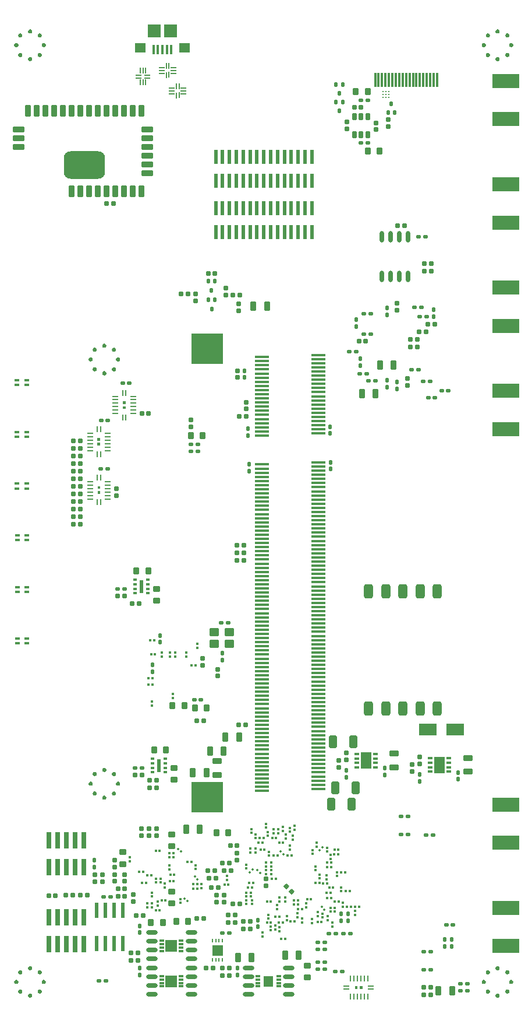
<source format=gbp>
G04*
G04 #@! TF.GenerationSoftware,Altium Limited,Altium Designer,18.1.9 (240)*
G04*
G04 Layer_Color=128*
%FSLAX44Y44*%
%MOMM*%
G71*
G01*
G75*
G04:AMPARAMS|DCode=19|XSize=0.5mm|YSize=0.6mm|CornerRadius=0.05mm|HoleSize=0mm|Usage=FLASHONLY|Rotation=0.000|XOffset=0mm|YOffset=0mm|HoleType=Round|Shape=RoundedRectangle|*
%AMROUNDEDRECTD19*
21,1,0.5000,0.5000,0,0,0.0*
21,1,0.4000,0.6000,0,0,0.0*
1,1,0.1000,0.2000,-0.2500*
1,1,0.1000,-0.2000,-0.2500*
1,1,0.1000,-0.2000,0.2500*
1,1,0.1000,0.2000,0.2500*
%
%ADD19ROUNDEDRECTD19*%
G04:AMPARAMS|DCode=20|XSize=0.5mm|YSize=0.6mm|CornerRadius=0.05mm|HoleSize=0mm|Usage=FLASHONLY|Rotation=270.000|XOffset=0mm|YOffset=0mm|HoleType=Round|Shape=RoundedRectangle|*
%AMROUNDEDRECTD20*
21,1,0.5000,0.5000,0,0,270.0*
21,1,0.4000,0.6000,0,0,270.0*
1,1,0.1000,-0.2500,-0.2000*
1,1,0.1000,-0.2500,0.2000*
1,1,0.1000,0.2500,0.2000*
1,1,0.1000,0.2500,-0.2000*
%
%ADD20ROUNDEDRECTD20*%
G04:AMPARAMS|DCode=25|XSize=0.6mm|YSize=0.6mm|CornerRadius=0.06mm|HoleSize=0mm|Usage=FLASHONLY|Rotation=0.000|XOffset=0mm|YOffset=0mm|HoleType=Round|Shape=RoundedRectangle|*
%AMROUNDEDRECTD25*
21,1,0.6000,0.4800,0,0,0.0*
21,1,0.4800,0.6000,0,0,0.0*
1,1,0.1200,0.2400,-0.2400*
1,1,0.1200,-0.2400,-0.2400*
1,1,0.1200,-0.2400,0.2400*
1,1,0.1200,0.2400,0.2400*
%
%ADD25ROUNDEDRECTD25*%
G04:AMPARAMS|DCode=26|XSize=1mm|YSize=0.9mm|CornerRadius=0.1125mm|HoleSize=0mm|Usage=FLASHONLY|Rotation=270.000|XOffset=0mm|YOffset=0mm|HoleType=Round|Shape=RoundedRectangle|*
%AMROUNDEDRECTD26*
21,1,1.0000,0.6750,0,0,270.0*
21,1,0.7750,0.9000,0,0,270.0*
1,1,0.2250,-0.3375,-0.3875*
1,1,0.2250,-0.3375,0.3875*
1,1,0.2250,0.3375,0.3875*
1,1,0.2250,0.3375,-0.3875*
%
%ADD26ROUNDEDRECTD26*%
G04:AMPARAMS|DCode=27|XSize=1mm|YSize=0.9mm|CornerRadius=0.1125mm|HoleSize=0mm|Usage=FLASHONLY|Rotation=0.000|XOffset=0mm|YOffset=0mm|HoleType=Round|Shape=RoundedRectangle|*
%AMROUNDEDRECTD27*
21,1,1.0000,0.6750,0,0,0.0*
21,1,0.7750,0.9000,0,0,0.0*
1,1,0.2250,0.3875,-0.3375*
1,1,0.2250,-0.3875,-0.3375*
1,1,0.2250,-0.3875,0.3375*
1,1,0.2250,0.3875,0.3375*
%
%ADD27ROUNDEDRECTD27*%
G04:AMPARAMS|DCode=30|XSize=0.6mm|YSize=0.6mm|CornerRadius=0.06mm|HoleSize=0mm|Usage=FLASHONLY|Rotation=90.000|XOffset=0mm|YOffset=0mm|HoleType=Round|Shape=RoundedRectangle|*
%AMROUNDEDRECTD30*
21,1,0.6000,0.4800,0,0,90.0*
21,1,0.4800,0.6000,0,0,90.0*
1,1,0.1200,0.2400,0.2400*
1,1,0.1200,0.2400,-0.2400*
1,1,0.1200,-0.2400,-0.2400*
1,1,0.1200,-0.2400,0.2400*
%
%ADD30ROUNDEDRECTD30*%
G04:AMPARAMS|DCode=41|XSize=1.3mm|YSize=0.8mm|CornerRadius=0.1mm|HoleSize=0mm|Usage=FLASHONLY|Rotation=270.000|XOffset=0mm|YOffset=0mm|HoleType=Round|Shape=RoundedRectangle|*
%AMROUNDEDRECTD41*
21,1,1.3000,0.6000,0,0,270.0*
21,1,1.1000,0.8000,0,0,270.0*
1,1,0.2000,-0.3000,-0.5500*
1,1,0.2000,-0.3000,0.5500*
1,1,0.2000,0.3000,0.5500*
1,1,0.2000,0.3000,-0.5500*
%
%ADD41ROUNDEDRECTD41*%
G04:AMPARAMS|DCode=42|XSize=1.3mm|YSize=0.8mm|CornerRadius=0.1mm|HoleSize=0mm|Usage=FLASHONLY|Rotation=0.000|XOffset=0mm|YOffset=0mm|HoleType=Round|Shape=RoundedRectangle|*
%AMROUNDEDRECTD42*
21,1,1.3000,0.6000,0,0,0.0*
21,1,1.1000,0.8000,0,0,0.0*
1,1,0.2000,0.5500,-0.3000*
1,1,0.2000,-0.5500,-0.3000*
1,1,0.2000,-0.5500,0.3000*
1,1,0.2000,0.5500,0.3000*
%
%ADD42ROUNDEDRECTD42*%
G04:AMPARAMS|DCode=44|XSize=0.6mm|YSize=1mm|CornerRadius=0.075mm|HoleSize=0mm|Usage=FLASHONLY|Rotation=0.000|XOffset=0mm|YOffset=0mm|HoleType=Round|Shape=RoundedRectangle|*
%AMROUNDEDRECTD44*
21,1,0.6000,0.8500,0,0,0.0*
21,1,0.4500,1.0000,0,0,0.0*
1,1,0.1500,0.2250,-0.4250*
1,1,0.1500,-0.2250,-0.4250*
1,1,0.1500,-0.2250,0.4250*
1,1,0.1500,0.2250,0.4250*
%
%ADD44ROUNDEDRECTD44*%
%ADD46R,0.5500X2.2000*%
G04:AMPARAMS|DCode=49|XSize=1.8mm|YSize=1.15mm|CornerRadius=0.1438mm|HoleSize=0mm|Usage=FLASHONLY|Rotation=90.000|XOffset=0mm|YOffset=0mm|HoleType=Round|Shape=RoundedRectangle|*
%AMROUNDEDRECTD49*
21,1,1.8000,0.8625,0,0,90.0*
21,1,1.5125,1.1500,0,0,90.0*
1,1,0.2875,0.4313,0.7563*
1,1,0.2875,0.4313,-0.7563*
1,1,0.2875,-0.4313,-0.7563*
1,1,0.2875,-0.4313,0.7563*
%
%ADD49ROUNDEDRECTD49*%
%ADD64R,0.6000X1.9500*%
%ADD65R,0.6000X0.3000*%
%ADD71R,0.3000X0.3500*%
%ADD82R,4.0000X2.0000*%
G04:AMPARAMS|DCode=91|XSize=1.4mm|YSize=1.2mm|CornerRadius=0.15mm|HoleSize=0mm|Usage=FLASHONLY|Rotation=180.000|XOffset=0mm|YOffset=0mm|HoleType=Round|Shape=RoundedRectangle|*
%AMROUNDEDRECTD91*
21,1,1.4000,0.9000,0,0,180.0*
21,1,1.1000,1.2000,0,0,180.0*
1,1,0.3000,-0.5500,0.4500*
1,1,0.3000,0.5500,0.4500*
1,1,0.3000,0.5500,-0.4500*
1,1,0.3000,-0.5500,-0.4500*
%
%ADD91ROUNDEDRECTD91*%
%ADD111R,1.6000X2.3500*%
%ADD112R,0.7000X0.3000*%
G04:AMPARAMS|DCode=275|XSize=2.1mm|YSize=1.3mm|CornerRadius=0.325mm|HoleSize=0mm|Usage=FLASHONLY|Rotation=270.000|XOffset=0mm|YOffset=0mm|HoleType=Round|Shape=RoundedRectangle|*
%AMROUNDEDRECTD275*
21,1,2.1000,0.6500,0,0,270.0*
21,1,1.4500,1.3000,0,0,270.0*
1,1,0.6500,-0.3250,-0.7250*
1,1,0.6500,-0.3250,0.7250*
1,1,0.6500,0.3250,0.7250*
1,1,0.6500,0.3250,-0.7250*
%
%ADD275ROUNDEDRECTD275*%
%ADD276R,0.6000X2.0000*%
%ADD277R,1.7000X1.7000*%
%ADD278R,0.6500X0.3000*%
%ADD279R,0.2200X0.8100*%
%ADD280R,0.8100X0.2200*%
%ADD281R,0.9100X0.2200*%
%ADD282O,1.7000X0.6000*%
%ADD283R,1.6000X1.6000*%
%ADD284R,0.2500X0.6250*%
G04:AMPARAMS|DCode=285|XSize=0.6mm|YSize=0.6mm|CornerRadius=0.06mm|HoleSize=0mm|Usage=FLASHONLY|Rotation=45.000|XOffset=0mm|YOffset=0mm|HoleType=Round|Shape=RoundedRectangle|*
%AMROUNDEDRECTD285*
21,1,0.6000,0.4800,0,0,45.0*
21,1,0.4800,0.6000,0,0,45.0*
1,1,0.1200,0.3394,0.0000*
1,1,0.1200,0.0000,-0.3394*
1,1,0.1200,-0.3394,0.0000*
1,1,0.1200,0.0000,0.3394*
%
%ADD285ROUNDEDRECTD285*%
%ADD286R,0.3500X0.3000*%
G04:AMPARAMS|DCode=287|XSize=0.3mm|YSize=0.35mm|CornerRadius=0mm|HoleSize=0mm|Usage=FLASHONLY|Rotation=135.000|XOffset=0mm|YOffset=0mm|HoleType=Round|Shape=Rectangle|*
%AMROTATEDRECTD287*
4,1,4,0.2298,0.0177,-0.0177,-0.2298,-0.2298,-0.0177,0.0177,0.2298,0.2298,0.0177,0.0*
%
%ADD287ROTATEDRECTD287*%

G04:AMPARAMS|DCode=288|XSize=0.3mm|YSize=0.35mm|CornerRadius=0mm|HoleSize=0mm|Usage=FLASHONLY|Rotation=45.000|XOffset=0mm|YOffset=0mm|HoleType=Round|Shape=Rectangle|*
%AMROTATEDRECTD288*
4,1,4,0.0177,-0.2298,-0.2298,0.0177,-0.0177,0.2298,0.2298,-0.0177,0.0177,-0.2298,0.0*
%
%ADD288ROTATEDRECTD288*%

G04:AMPARAMS|DCode=289|XSize=0.5mm|YSize=0.6mm|CornerRadius=0.0625mm|HoleSize=0mm|Usage=FLASHONLY|Rotation=0.000|XOffset=0mm|YOffset=0mm|HoleType=Round|Shape=RoundedRectangle|*
%AMROUNDEDRECTD289*
21,1,0.5000,0.4750,0,0,0.0*
21,1,0.3750,0.6000,0,0,0.0*
1,1,0.1250,0.1875,-0.2375*
1,1,0.1250,-0.1875,-0.2375*
1,1,0.1250,-0.1875,0.2375*
1,1,0.1250,0.1875,0.2375*
%
%ADD289ROUNDEDRECTD289*%
%ADD290R,2.0000X0.3500*%
%ADD291R,4.6000X4.5000*%
%ADD292R,0.7500X2.4000*%
G04:AMPARAMS|DCode=293|XSize=0.7mm|YSize=0.4mm|CornerRadius=0.05mm|HoleSize=0mm|Usage=FLASHONLY|Rotation=180.000|XOffset=0mm|YOffset=0mm|HoleType=Round|Shape=RoundedRectangle|*
%AMROUNDEDRECTD293*
21,1,0.7000,0.3000,0,0,180.0*
21,1,0.6000,0.4000,0,0,180.0*
1,1,0.1000,-0.3000,0.1500*
1,1,0.1000,0.3000,0.1500*
1,1,0.1000,0.3000,-0.1500*
1,1,0.1000,-0.3000,-0.1500*
%
%ADD293ROUNDEDRECTD293*%
%ADD294O,0.6000X1.7000*%
%ADD295R,0.3000X2.1000*%
%ADD297R,0.2500X0.9000*%
%ADD298R,0.9000X0.2500*%
%ADD299C,0.2500*%
G04:AMPARAMS|DCode=300|XSize=0.9mm|YSize=1.7mm|CornerRadius=0.225mm|HoleSize=0mm|Usage=FLASHONLY|Rotation=180.000|XOffset=0mm|YOffset=0mm|HoleType=Round|Shape=RoundedRectangle|*
%AMROUNDEDRECTD300*
21,1,0.9000,1.2500,0,0,180.0*
21,1,0.4500,1.7000,0,0,180.0*
1,1,0.4500,-0.2250,0.6250*
1,1,0.4500,0.2250,0.6250*
1,1,0.4500,0.2250,-0.6250*
1,1,0.4500,-0.2250,-0.6250*
%
%ADD300ROUNDEDRECTD300*%
G04:AMPARAMS|DCode=301|XSize=0.9mm|YSize=1.7mm|CornerRadius=0.225mm|HoleSize=0mm|Usage=FLASHONLY|Rotation=270.000|XOffset=0mm|YOffset=0mm|HoleType=Round|Shape=RoundedRectangle|*
%AMROUNDEDRECTD301*
21,1,0.9000,1.2500,0,0,270.0*
21,1,0.4500,1.7000,0,0,270.0*
1,1,0.4500,-0.6250,-0.2250*
1,1,0.4500,-0.6250,0.2250*
1,1,0.4500,0.6250,0.2250*
1,1,0.4500,0.6250,-0.2250*
%
%ADD301ROUNDEDRECTD301*%
G04:AMPARAMS|DCode=302|XSize=6mm|YSize=4mm|CornerRadius=1mm|HoleSize=0mm|Usage=FLASHONLY|Rotation=0.000|XOffset=0mm|YOffset=0mm|HoleType=Round|Shape=RoundedRectangle|*
%AMROUNDEDRECTD302*
21,1,6.0000,2.0000,0,0,0.0*
21,1,4.0000,4.0000,0,0,0.0*
1,1,2.0000,2.0000,-1.0000*
1,1,2.0000,-2.0000,-1.0000*
1,1,2.0000,-2.0000,1.0000*
1,1,2.0000,2.0000,1.0000*
%
%ADD302ROUNDEDRECTD302*%
%ADD303R,0.4000X1.3500*%
%ADD304R,1.6000X1.4000*%
%ADD305R,1.9000X1.9000*%
%ADD306R,0.2200X0.9100*%
%ADD307R,2.5000X1.7000*%
%ADD308R,1.4000X1.6000*%
%ADD309R,0.8000X0.3000*%
G36*
X137092Y750750D02*
X133092D01*
Y754750D01*
X137092D01*
Y750750D01*
D02*
G37*
G36*
X137092Y743750D02*
X133092D01*
Y747750D01*
X137092Y747750D01*
X137092Y743750D01*
D02*
G37*
G36*
X144699Y345293D02*
X145543Y344450D01*
X146000Y343347D01*
Y342750D01*
Y342153D01*
X145543Y341051D01*
X144699Y340207D01*
X143597Y339750D01*
X142403D01*
X141300Y340207D01*
X140456Y341051D01*
X140000Y342153D01*
Y342750D01*
Y343347D01*
X140456Y344450D01*
X141300Y345293D01*
X142403Y345750D01*
X143597D01*
X144699Y345293D01*
D02*
G37*
G36*
X158841Y339436D02*
X159263Y339014D01*
X159685Y338592D01*
X160142Y337489D01*
Y336296D01*
X159685Y335193D01*
X159263Y334771D01*
X158841Y334349D01*
X157739Y333892D01*
X156545D01*
X155443Y334349D01*
X155021Y334771D01*
X154599Y335193D01*
X154142Y336296D01*
Y337489D01*
X154599Y338592D01*
X155021Y339014D01*
X155443Y339436D01*
X156545Y339892D01*
X157739D01*
X158841Y339436D01*
D02*
G37*
G36*
X130557D02*
X130979Y339014D01*
X131401Y338592D01*
X131858Y337489D01*
Y336296D01*
X131401Y335193D01*
X130979Y334771D01*
X130557Y334349D01*
X129454Y333892D01*
X128261D01*
X127158Y334349D01*
X126736Y334771D01*
X126314Y335193D01*
X125858Y336296D01*
Y337489D01*
X126314Y338592D01*
X126736Y339014D01*
X127158Y339436D01*
X128261Y339892D01*
X129454D01*
X130557Y339436D01*
D02*
G37*
G36*
X164699Y325293D02*
X165543Y324450D01*
X166000Y323347D01*
Y322750D01*
Y322153D01*
X165543Y321051D01*
X164699Y320207D01*
X163597Y319750D01*
X162403D01*
X161301Y320207D01*
X160457Y321051D01*
X160000Y322153D01*
Y322750D01*
Y323347D01*
X160457Y324450D01*
X161301Y325293D01*
X162403Y325750D01*
X163597D01*
X164699Y325293D01*
D02*
G37*
G36*
X124699D02*
X125543Y324450D01*
X126000Y323347D01*
Y322750D01*
Y322153D01*
X125543Y321051D01*
X124699Y320207D01*
X123597Y319750D01*
X122403D01*
X121300Y320207D01*
X120456Y321051D01*
X120000Y322153D01*
Y322750D01*
Y323347D01*
X120456Y324450D01*
X121300Y325293D01*
X122403Y325750D01*
X123597D01*
X124699Y325293D01*
D02*
G37*
G36*
X158841Y311151D02*
X159263Y310729D01*
X159685Y310307D01*
X160142Y309205D01*
Y308011D01*
X159685Y306909D01*
X159263Y306487D01*
X158841Y306065D01*
X157739Y305608D01*
X156545D01*
X155443Y306065D01*
X155021Y306487D01*
X154599Y306909D01*
X154142Y308011D01*
Y309205D01*
X154599Y310307D01*
X155021Y310729D01*
X155443Y311151D01*
X156545Y311608D01*
X157739D01*
X158841Y311151D01*
D02*
G37*
G36*
X130557D02*
X130979Y310729D01*
X131401Y310307D01*
X131858Y309205D01*
Y308011D01*
X131401Y306909D01*
X130979Y306487D01*
X130557Y306065D01*
X129454Y305608D01*
X128261D01*
X127158Y306065D01*
X126736Y306487D01*
X126314Y306909D01*
X125858Y308011D01*
Y309205D01*
X126314Y310307D01*
X126736Y310729D01*
X127158Y311151D01*
X128261Y311608D01*
X129454D01*
X130557Y311151D01*
D02*
G37*
G36*
X144699Y305293D02*
X145543Y304450D01*
X146000Y303347D01*
Y302750D01*
Y302153D01*
X145543Y301051D01*
X144699Y300207D01*
X143597Y299750D01*
X142403D01*
X141300Y300207D01*
X140456Y301051D01*
X140000Y302153D01*
Y302750D01*
Y303347D01*
X140456Y304450D01*
X141300Y305293D01*
X142403Y305750D01*
X143597D01*
X144699Y305293D01*
D02*
G37*
G36*
X716699Y57543D02*
X717543Y56699D01*
X718000Y55597D01*
Y55000D01*
Y54403D01*
X717543Y53301D01*
X716699Y52457D01*
X715597Y52000D01*
X714403D01*
X713301Y52457D01*
X712457Y53301D01*
X712000Y54403D01*
Y55000D01*
Y55597D01*
X712457Y56699D01*
X713301Y57543D01*
X714403Y58000D01*
X715597D01*
X716699Y57543D01*
D02*
G37*
G36*
X36699Y57543D02*
X37543Y56699D01*
X38000Y55597D01*
Y55000D01*
Y54403D01*
X37543Y53301D01*
X36699Y52457D01*
X35597Y52000D01*
X34403D01*
X33301Y52457D01*
X32457Y53301D01*
X32000Y54403D01*
Y55000D01*
Y55597D01*
X32457Y56699D01*
X33301Y57543D01*
X34403Y58000D01*
X35597D01*
X36699Y57543D01*
D02*
G37*
G36*
X730842Y51686D02*
X731264Y51263D01*
X731685Y50842D01*
X732142Y49739D01*
Y48545D01*
X731685Y47443D01*
X731264Y47021D01*
X730842Y46599D01*
X729739Y46142D01*
X728545D01*
X727443Y46599D01*
X727021Y47021D01*
X726599Y47443D01*
X726142Y48545D01*
Y49739D01*
X726599Y50842D01*
X727021Y51263D01*
X727443Y51686D01*
X728545Y52142D01*
X729739D01*
X730842Y51686D01*
D02*
G37*
G36*
X702557D02*
X702979Y51263D01*
X703401Y50842D01*
X703858Y49739D01*
Y48545D01*
X703401Y47443D01*
X702979Y47021D01*
X702557Y46599D01*
X701455Y46142D01*
X700261D01*
X699158Y46599D01*
X698736Y47021D01*
X698315Y47443D01*
X697858Y48545D01*
Y49739D01*
X698315Y50842D01*
X698736Y51263D01*
X699158Y51686D01*
X700261Y52142D01*
X701455D01*
X702557Y51686D01*
D02*
G37*
G36*
X50841Y51685D02*
X51263Y51263D01*
X51685Y50841D01*
X52142Y49739D01*
Y48545D01*
X51685Y47443D01*
X51263Y47021D01*
X50841Y46599D01*
X49739Y46142D01*
X48545D01*
X47443Y46599D01*
X47021Y47021D01*
X46599Y47443D01*
X46142Y48545D01*
Y49739D01*
X46599Y50841D01*
X47021Y51263D01*
X47443Y51685D01*
X48545Y52142D01*
X49739D01*
X50841Y51685D01*
D02*
G37*
G36*
X22557D02*
X22979Y51263D01*
X23401Y50841D01*
X23858Y49739D01*
Y48545D01*
X23401Y47443D01*
X22979Y47021D01*
X22557Y46599D01*
X21455Y46142D01*
X20261D01*
X19158Y46599D01*
X18736Y47021D01*
X18314Y47443D01*
X17858Y48545D01*
Y49739D01*
X18314Y50841D01*
X18736Y51263D01*
X19158Y51685D01*
X20261Y52142D01*
X21455D01*
X22557Y51685D01*
D02*
G37*
G36*
X736699Y37543D02*
X737543Y36699D01*
X738000Y35597D01*
Y35000D01*
Y34403D01*
X737543Y33301D01*
X736699Y32457D01*
X735597Y32000D01*
X734403D01*
X733301Y32457D01*
X732457Y33301D01*
X732000Y34403D01*
Y35000D01*
Y35597D01*
X732457Y36699D01*
X733301Y37543D01*
X734403Y38000D01*
X735597D01*
X736699Y37543D01*
D02*
G37*
G36*
X696699D02*
X697543Y36699D01*
X698000Y35597D01*
Y35000D01*
Y34403D01*
X697543Y33301D01*
X696699Y32457D01*
X695597Y32000D01*
X694403D01*
X693301Y32457D01*
X692457Y33301D01*
X692000Y34403D01*
Y35000D01*
Y35597D01*
X692457Y36699D01*
X693301Y37543D01*
X694403Y38000D01*
X695597D01*
X696699Y37543D01*
D02*
G37*
G36*
X56699Y37543D02*
X57543Y36699D01*
X58000Y35597D01*
Y35000D01*
Y34403D01*
X57543Y33301D01*
X56699Y32457D01*
X55597Y32000D01*
X54403D01*
X53301Y32457D01*
X52457Y33301D01*
X52000Y34403D01*
Y35000D01*
Y35597D01*
X52457Y36699D01*
X53301Y37543D01*
X54403Y38000D01*
X55597D01*
X56699Y37543D01*
D02*
G37*
G36*
X16699D02*
X17543Y36699D01*
X18000Y35597D01*
Y35000D01*
Y34403D01*
X17543Y33301D01*
X16699Y32457D01*
X15597Y32000D01*
X14403D01*
X13301Y32457D01*
X12457Y33301D01*
X12000Y34403D01*
Y35000D01*
Y35597D01*
X12457Y36699D01*
X13301Y37543D01*
X14403Y38000D01*
X15597D01*
X16699Y37543D01*
D02*
G37*
G36*
X511500Y24750D02*
X507500D01*
Y28750D01*
X511500D01*
Y24750D01*
D02*
G37*
G36*
X518500Y24750D02*
X514500Y24750D01*
X514500Y28750D01*
X518500D01*
Y24750D01*
D02*
G37*
G36*
X730842Y23401D02*
X731264Y22979D01*
X731685Y22557D01*
X732142Y21455D01*
Y20261D01*
X731685Y19159D01*
X731264Y18737D01*
X730842Y18315D01*
X729739Y17858D01*
X728545D01*
X727443Y18315D01*
X727021Y18737D01*
X726599Y19159D01*
X726142Y20261D01*
Y21455D01*
X726599Y22557D01*
X727021Y22979D01*
X727443Y23401D01*
X728545Y23858D01*
X729739D01*
X730842Y23401D01*
D02*
G37*
G36*
X702557D02*
X702979Y22979D01*
X703401Y22557D01*
X703858Y21455D01*
Y20261D01*
X703401Y19159D01*
X702979Y18737D01*
X702557Y18315D01*
X701455Y17858D01*
X700261D01*
X699158Y18315D01*
X698736Y18737D01*
X698315Y19159D01*
X697858Y20261D01*
Y21455D01*
X698315Y22557D01*
X698736Y22979D01*
X699158Y23401D01*
X700261Y23858D01*
X701455D01*
X702557Y23401D01*
D02*
G37*
G36*
X50841Y23401D02*
X51263Y22979D01*
X51685Y22557D01*
X52142Y21455D01*
Y20261D01*
X51685Y19159D01*
X51263Y18736D01*
X50841Y18315D01*
X49739Y17858D01*
X48545D01*
X47443Y18315D01*
X47021Y18736D01*
X46599Y19159D01*
X46142Y20261D01*
Y21455D01*
X46599Y22557D01*
X47021Y22979D01*
X47443Y23401D01*
X48545Y23858D01*
X49739D01*
X50841Y23401D01*
D02*
G37*
G36*
X22557D02*
X22979Y22979D01*
X23401Y22557D01*
X23858Y21455D01*
Y20261D01*
X23401Y19159D01*
X22979Y18736D01*
X22557Y18315D01*
X21455Y17858D01*
X20261D01*
X19158Y18315D01*
X18736Y18736D01*
X18314Y19159D01*
X17858Y20261D01*
Y21455D01*
X18314Y22557D01*
X18736Y22979D01*
X19158Y23401D01*
X20261Y23858D01*
X21455D01*
X22557Y23401D01*
D02*
G37*
G36*
X716699Y17543D02*
X717543Y16699D01*
X718000Y15597D01*
Y15000D01*
Y14403D01*
X717543Y13301D01*
X716699Y12457D01*
X715597Y12000D01*
X714403D01*
X713301Y12457D01*
X712457Y13301D01*
X712000Y14403D01*
Y15000D01*
Y15597D01*
X712457Y16699D01*
X713301Y17543D01*
X714403Y18000D01*
X715597D01*
X716699Y17543D01*
D02*
G37*
G36*
X36699Y17543D02*
X37543Y16699D01*
X38000Y15597D01*
Y15000D01*
Y14403D01*
X37543Y13301D01*
X36699Y12457D01*
X35597Y12000D01*
X34403D01*
X33301Y12457D01*
X32457Y13301D01*
X32000Y14403D01*
Y15000D01*
Y15597D01*
X32457Y16699D01*
X33301Y17543D01*
X34403Y18000D01*
X35597D01*
X36699Y17543D01*
D02*
G37*
G36*
X36699Y1417543D02*
X37543Y1416699D01*
X38000Y1415597D01*
Y1415000D01*
Y1414403D01*
X37543Y1413301D01*
X36699Y1412457D01*
X35597Y1412000D01*
X34403D01*
X33301Y1412457D01*
X32457Y1413301D01*
X32000Y1414403D01*
Y1415000D01*
Y1415597D01*
X32457Y1416699D01*
X33301Y1417543D01*
X34403Y1418000D01*
X35597D01*
X36699Y1417543D01*
D02*
G37*
G36*
X716699Y1417543D02*
X717543Y1416699D01*
X718000Y1415597D01*
Y1415000D01*
Y1414403D01*
X717543Y1413301D01*
X716699Y1412457D01*
X715597Y1412000D01*
X714403D01*
X713301Y1412457D01*
X712457Y1413301D01*
X712000Y1414403D01*
Y1415000D01*
Y1415597D01*
X712457Y1416699D01*
X713301Y1417543D01*
X714403Y1418000D01*
X715597D01*
X716699Y1417543D01*
D02*
G37*
G36*
X50842Y1411685D02*
X51263Y1411263D01*
X51686Y1410842D01*
X52142Y1409739D01*
Y1408545D01*
X51686Y1407443D01*
X51263Y1407021D01*
X50842Y1406599D01*
X49739Y1406142D01*
X48545D01*
X47443Y1406599D01*
X47021Y1407021D01*
X46599Y1407443D01*
X46142Y1408545D01*
Y1409739D01*
X46599Y1410842D01*
X47021Y1411263D01*
X47443Y1411685D01*
X48545Y1412142D01*
X49739D01*
X50842Y1411685D01*
D02*
G37*
G36*
X22557D02*
X22979Y1411263D01*
X23401Y1410842D01*
X23858Y1409739D01*
Y1408545D01*
X23401Y1407443D01*
X22979Y1407021D01*
X22557Y1406599D01*
X21455Y1406142D01*
X20261D01*
X19159Y1406599D01*
X18737Y1407021D01*
X18315Y1407443D01*
X17858Y1408545D01*
Y1409739D01*
X18315Y1410842D01*
X18737Y1411263D01*
X19159Y1411685D01*
X20261Y1412142D01*
X21455D01*
X22557Y1411685D01*
D02*
G37*
G36*
X730842Y1411685D02*
X731264Y1411263D01*
X731685Y1410842D01*
X732142Y1409739D01*
Y1408545D01*
X731685Y1407443D01*
X731264Y1407021D01*
X730842Y1406599D01*
X729739Y1406142D01*
X728545D01*
X727443Y1406599D01*
X727021Y1407021D01*
X726599Y1407443D01*
X726142Y1408545D01*
Y1409739D01*
X726599Y1410842D01*
X727021Y1411263D01*
X727443Y1411685D01*
X728545Y1412142D01*
X729739D01*
X730842Y1411685D01*
D02*
G37*
G36*
X702557D02*
X702979Y1411263D01*
X703401Y1410842D01*
X703858Y1409739D01*
Y1408545D01*
X703401Y1407443D01*
X702979Y1407021D01*
X702557Y1406599D01*
X701455Y1406142D01*
X700261D01*
X699158Y1406599D01*
X698736Y1407021D01*
X698315Y1407443D01*
X697858Y1408545D01*
Y1409739D01*
X698315Y1410842D01*
X698736Y1411263D01*
X699158Y1411685D01*
X700261Y1412142D01*
X701455D01*
X702557Y1411685D01*
D02*
G37*
G36*
X56699Y1397543D02*
X57543Y1396699D01*
X58000Y1395597D01*
Y1395000D01*
Y1394403D01*
X57543Y1393301D01*
X56699Y1392457D01*
X55597Y1392000D01*
X54403D01*
X53301Y1392457D01*
X52457Y1393301D01*
X52000Y1394403D01*
Y1395000D01*
Y1395597D01*
X52457Y1396699D01*
X53301Y1397543D01*
X54403Y1398000D01*
X55597D01*
X56699Y1397543D01*
D02*
G37*
G36*
X16699D02*
X17543Y1396699D01*
X18000Y1395597D01*
Y1395000D01*
Y1394403D01*
X17543Y1393301D01*
X16699Y1392457D01*
X15597Y1392000D01*
X14403D01*
X13301Y1392457D01*
X12457Y1393301D01*
X12000Y1394403D01*
Y1395000D01*
Y1395597D01*
X12457Y1396699D01*
X13301Y1397543D01*
X14403Y1398000D01*
X15597D01*
X16699Y1397543D01*
D02*
G37*
G36*
X736699Y1397543D02*
X737543Y1396699D01*
X738000Y1395597D01*
Y1395000D01*
Y1394403D01*
X737543Y1393301D01*
X736699Y1392457D01*
X735597Y1392000D01*
X734403D01*
X733301Y1392457D01*
X732457Y1393301D01*
X732000Y1394403D01*
Y1395000D01*
Y1395597D01*
X732457Y1396699D01*
X733301Y1397543D01*
X734403Y1398000D01*
X735597D01*
X736699Y1397543D01*
D02*
G37*
G36*
X696699D02*
X697543Y1396699D01*
X698000Y1395597D01*
Y1395000D01*
Y1394403D01*
X697543Y1393301D01*
X696699Y1392457D01*
X695597Y1392000D01*
X694403D01*
X693301Y1392457D01*
X692457Y1393301D01*
X692000Y1394403D01*
Y1395000D01*
Y1395597D01*
X692457Y1396699D01*
X693301Y1397543D01*
X694403Y1398000D01*
X695597D01*
X696699Y1397543D01*
D02*
G37*
G36*
X50842Y1383401D02*
X51263Y1382979D01*
X51686Y1382557D01*
X52142Y1381455D01*
Y1380261D01*
X51686Y1379158D01*
X51263Y1378737D01*
X50842Y1378315D01*
X49739Y1377858D01*
X48545D01*
X47443Y1378315D01*
X47021Y1378737D01*
X46599Y1379158D01*
X46142Y1380261D01*
Y1381455D01*
X46599Y1382557D01*
X47021Y1382979D01*
X47443Y1383401D01*
X48545Y1383858D01*
X49739D01*
X50842Y1383401D01*
D02*
G37*
G36*
X22557D02*
X22979Y1382979D01*
X23401Y1382557D01*
X23858Y1381455D01*
Y1380261D01*
X23401Y1379158D01*
X22979Y1378737D01*
X22557Y1378315D01*
X21455Y1377858D01*
X20261D01*
X19159Y1378315D01*
X18737Y1378737D01*
X18315Y1379158D01*
X17858Y1380261D01*
Y1381455D01*
X18315Y1382557D01*
X18737Y1382979D01*
X19159Y1383401D01*
X20261Y1383858D01*
X21455D01*
X22557Y1383401D01*
D02*
G37*
G36*
X730842Y1383401D02*
X731264Y1382979D01*
X731685Y1382557D01*
X732142Y1381455D01*
Y1380261D01*
X731685Y1379158D01*
X731264Y1378737D01*
X730842Y1378315D01*
X729739Y1377858D01*
X728545D01*
X727443Y1378315D01*
X727021Y1378737D01*
X726599Y1379158D01*
X726142Y1380261D01*
Y1381455D01*
X726599Y1382557D01*
X727021Y1382979D01*
X727443Y1383401D01*
X728545Y1383858D01*
X729739D01*
X730842Y1383401D01*
D02*
G37*
G36*
X702557D02*
X702979Y1382979D01*
X703401Y1382557D01*
X703858Y1381455D01*
Y1380261D01*
X703401Y1379158D01*
X702979Y1378737D01*
X702557Y1378315D01*
X701455Y1377858D01*
X700261D01*
X699158Y1378315D01*
X698736Y1378737D01*
X698315Y1379158D01*
X697858Y1380261D01*
Y1381455D01*
X698315Y1382557D01*
X698736Y1382979D01*
X699158Y1383401D01*
X700261Y1383858D01*
X701455D01*
X702557Y1383401D01*
D02*
G37*
G36*
X36699Y1377543D02*
X37543Y1376699D01*
X38000Y1375597D01*
Y1375000D01*
Y1374403D01*
X37543Y1373301D01*
X36699Y1372457D01*
X35597Y1372000D01*
X34403D01*
X33301Y1372457D01*
X32457Y1373301D01*
X32000Y1374403D01*
Y1375000D01*
Y1375597D01*
X32457Y1376699D01*
X33301Y1377543D01*
X34403Y1378000D01*
X35597D01*
X36699Y1377543D01*
D02*
G37*
G36*
X716699Y1377543D02*
X717543Y1376699D01*
X718000Y1375597D01*
Y1375000D01*
Y1374403D01*
X717543Y1373301D01*
X716699Y1372457D01*
X715597Y1372000D01*
X714403D01*
X713301Y1372457D01*
X712457Y1373301D01*
X712000Y1374403D01*
Y1375000D01*
Y1375597D01*
X712457Y1376699D01*
X713301Y1377543D01*
X714403Y1378000D01*
X715597D01*
X716699Y1377543D01*
D02*
G37*
G36*
X144699Y961293D02*
X145543Y960449D01*
X146000Y959347D01*
Y958750D01*
Y958153D01*
X145543Y957051D01*
X144699Y956207D01*
X143597Y955750D01*
X142403D01*
X141300Y956207D01*
X140456Y957051D01*
X140000Y958153D01*
Y958750D01*
Y959347D01*
X140456Y960449D01*
X141300Y961293D01*
X142403Y961750D01*
X143597D01*
X144699Y961293D01*
D02*
G37*
G36*
X158841Y955435D02*
X159263Y955014D01*
X159685Y954592D01*
X160142Y953489D01*
Y952295D01*
X159685Y951193D01*
X159263Y950771D01*
X158841Y950349D01*
X157739Y949892D01*
X156545D01*
X155443Y950349D01*
X155021Y950771D01*
X154599Y951193D01*
X154142Y952295D01*
Y953489D01*
X154599Y954592D01*
X155021Y955014D01*
X155443Y955435D01*
X156545Y955892D01*
X157739D01*
X158841Y955435D01*
D02*
G37*
G36*
X130557D02*
X130979Y955014D01*
X131401Y954592D01*
X131858Y953489D01*
Y952295D01*
X131401Y951193D01*
X130979Y950771D01*
X130557Y950349D01*
X129454Y949892D01*
X128261D01*
X127158Y950349D01*
X126736Y950771D01*
X126314Y951193D01*
X125858Y952295D01*
Y953489D01*
X126314Y954592D01*
X126736Y955014D01*
X127158Y955435D01*
X128261Y955892D01*
X129454D01*
X130557Y955435D01*
D02*
G37*
G36*
X164699Y941293D02*
X165543Y940449D01*
X166000Y939347D01*
Y938750D01*
Y938153D01*
X165543Y937051D01*
X164699Y936207D01*
X163597Y935750D01*
X162403D01*
X161301Y936207D01*
X160457Y937051D01*
X160000Y938153D01*
Y938750D01*
Y939347D01*
X160457Y940449D01*
X161301Y941293D01*
X162403Y941750D01*
X163597D01*
X164699Y941293D01*
D02*
G37*
G36*
X124699D02*
X125543Y940449D01*
X126000Y939347D01*
Y938750D01*
Y938153D01*
X125543Y937051D01*
X124699Y936207D01*
X123597Y935750D01*
X122403D01*
X121300Y936207D01*
X120456Y937051D01*
X120000Y938153D01*
Y938750D01*
Y939347D01*
X120456Y940449D01*
X121300Y941293D01*
X122403Y941750D01*
X123597D01*
X124699Y941293D01*
D02*
G37*
G36*
X158841Y927151D02*
X159263Y926729D01*
X159685Y926307D01*
X160142Y925205D01*
Y924011D01*
X159685Y922908D01*
X159263Y922486D01*
X158841Y922065D01*
X157739Y921608D01*
X156545D01*
X155443Y922065D01*
X155021Y922486D01*
X154599Y922908D01*
X154142Y924011D01*
Y925205D01*
X154599Y926307D01*
X155021Y926729D01*
X155443Y927151D01*
X156545Y927608D01*
X157739D01*
X158841Y927151D01*
D02*
G37*
G36*
X130557D02*
X130979Y926729D01*
X131401Y926307D01*
X131858Y925205D01*
Y924011D01*
X131401Y922908D01*
X130979Y922486D01*
X130557Y922065D01*
X129454Y921608D01*
X128261D01*
X127158Y922065D01*
X126736Y922486D01*
X126314Y922908D01*
X125858Y924011D01*
Y925205D01*
X126314Y926307D01*
X126736Y926729D01*
X127158Y927151D01*
X128261Y927608D01*
X129454D01*
X130557Y927151D01*
D02*
G37*
G36*
X144699Y921293D02*
X145543Y920449D01*
X146000Y919347D01*
Y918750D01*
Y918153D01*
X145543Y917051D01*
X144699Y916207D01*
X143597Y915750D01*
X142403D01*
X141300Y916207D01*
X140456Y917051D01*
X140000Y918153D01*
Y918750D01*
Y919347D01*
X140456Y920449D01*
X141300Y921293D01*
X142403Y921750D01*
X143597D01*
X144699Y921293D01*
D02*
G37*
G36*
X174000Y873750D02*
X170000Y873750D01*
X170000Y877750D01*
X174000D01*
X174000Y873750D01*
D02*
G37*
G36*
X174000Y866750D02*
X170000D01*
X170000Y870750D01*
X174000D01*
X174000Y866750D01*
D02*
G37*
G36*
X137080Y820750D02*
X133080Y820750D01*
X133080Y824750D01*
X137080D01*
Y820750D01*
D02*
G37*
G36*
X137080Y813750D02*
X133080D01*
Y817750D01*
X137080D01*
X137080Y813750D01*
D02*
G37*
D19*
X648500Y96750D02*
D03*
Y86750D02*
D03*
X638500Y96750D02*
D03*
Y86750D02*
D03*
X472250Y779500D02*
D03*
Y789500D02*
D03*
X471750Y841250D02*
D03*
Y831250D02*
D03*
X351750Y838000D02*
D03*
Y828000D02*
D03*
X353750Y776250D02*
D03*
Y786250D02*
D03*
X347250Y922500D02*
D03*
Y912500D02*
D03*
X194800Y55050D02*
D03*
Y45050D02*
D03*
X550796Y335290D02*
D03*
Y345290D02*
D03*
X494796Y332040D02*
D03*
Y342040D02*
D03*
X194750Y106500D02*
D03*
Y116500D02*
D03*
X657630Y329110D02*
D03*
Y339110D02*
D03*
X601630Y325860D02*
D03*
Y335860D02*
D03*
X497720Y123938D02*
D03*
Y133938D02*
D03*
X487720D02*
D03*
Y123938D02*
D03*
X554000Y898250D02*
D03*
Y908250D02*
D03*
X569000Y906250D02*
D03*
Y896250D02*
D03*
X554000Y1013750D02*
D03*
Y1003750D02*
D03*
X515000Y929500D02*
D03*
Y939500D02*
D03*
X622000Y1001250D02*
D03*
Y1011250D02*
D03*
X509500Y986250D02*
D03*
Y996250D02*
D03*
X366029Y124951D02*
D03*
Y114951D02*
D03*
X213250Y495000D02*
D03*
Y485000D02*
D03*
X224422Y538000D02*
D03*
Y528000D02*
D03*
X314750Y502250D02*
D03*
Y512250D02*
D03*
X336500Y45206D02*
D03*
Y55206D02*
D03*
X128750Y211500D02*
D03*
Y201500D02*
D03*
D20*
X660750Y22250D02*
D03*
X670750D02*
D03*
X611334Y248000D02*
D03*
X621334D02*
D03*
X640250Y118200D02*
D03*
X650250D02*
D03*
X670750Y32245D02*
D03*
X660750D02*
D03*
X151750Y158500D02*
D03*
X141750D02*
D03*
X145250Y36750D02*
D03*
X135250D02*
D03*
X279250Y815250D02*
D03*
X269250D02*
D03*
Y805250D02*
D03*
X279250D02*
D03*
X315000Y105750D02*
D03*
X325000D02*
D03*
X463782Y63255D02*
D03*
X453782D02*
D03*
Y53255D02*
D03*
X463782D02*
D03*
X453782Y92255D02*
D03*
X463782D02*
D03*
Y82255D02*
D03*
X453782D02*
D03*
X500720Y104688D02*
D03*
X490720D02*
D03*
X479720Y104688D02*
D03*
X469720D02*
D03*
X614000Y883500D02*
D03*
X624000D02*
D03*
X643500Y893500D02*
D03*
X633500Y893500D02*
D03*
X537250Y907500D02*
D03*
X527250D02*
D03*
X524250Y917500D02*
D03*
X514250D02*
D03*
X607000Y907250D02*
D03*
X617000D02*
D03*
X520750Y975750D02*
D03*
X530750D02*
D03*
X509500Y949750D02*
D03*
X499500D02*
D03*
X520750Y1005500D02*
D03*
X530750D02*
D03*
X594000Y1014000D02*
D03*
X604000D02*
D03*
X600250Y923750D02*
D03*
X590250D02*
D03*
X601500Y1000750D02*
D03*
X611500D02*
D03*
X610010Y1116875D02*
D03*
X600010D02*
D03*
X283750Y444750D02*
D03*
X273750D02*
D03*
X322750Y556250D02*
D03*
X312750D02*
D03*
X516000Y1253250D02*
D03*
X526000D02*
D03*
X516000Y1315250D02*
D03*
X526000D02*
D03*
X148000Y780250D02*
D03*
X138000D02*
D03*
X148250Y849750D02*
D03*
X138250D02*
D03*
X617750Y78750D02*
D03*
X607750D02*
D03*
X617750Y52354D02*
D03*
X607750D02*
D03*
X574500Y249000D02*
D03*
X584500D02*
D03*
X574750Y275500D02*
D03*
X584750D02*
D03*
X169500Y904750D02*
D03*
X179500D02*
D03*
X488750Y50250D02*
D03*
X478750D02*
D03*
X188050Y345750D02*
D03*
X198050D02*
D03*
X162550Y605750D02*
D03*
X172550D02*
D03*
D25*
X538000Y1282250D02*
D03*
Y1272250D02*
D03*
X336750Y922500D02*
D03*
Y912500D02*
D03*
X349000Y876750D02*
D03*
Y866750D02*
D03*
X269250Y851250D02*
D03*
Y841250D02*
D03*
X484046Y356540D02*
D03*
Y346540D02*
D03*
X495046Y367540D02*
D03*
Y357540D02*
D03*
X590880Y340360D02*
D03*
X590880Y350360D02*
D03*
X601880Y361360D02*
D03*
Y351360D02*
D03*
X218720Y257438D02*
D03*
Y247438D02*
D03*
X196720Y257438D02*
D03*
Y247438D02*
D03*
X207720Y257438D02*
D03*
Y247438D02*
D03*
X569000Y1010250D02*
D03*
Y1020250D02*
D03*
X584000Y901000D02*
D03*
Y911000D02*
D03*
X305970Y150938D02*
D03*
Y160938D02*
D03*
X316970Y150938D02*
D03*
Y160938D02*
D03*
X378570Y174242D02*
D03*
Y184242D02*
D03*
X335970Y221938D02*
D03*
Y211938D02*
D03*
X172720Y180938D02*
D03*
Y190938D02*
D03*
X184768Y162000D02*
D03*
Y152000D02*
D03*
X157720Y211938D02*
D03*
Y201938D02*
D03*
X157720Y180938D02*
D03*
Y190938D02*
D03*
X338750Y1009250D02*
D03*
Y1019250D02*
D03*
X319354Y1042354D02*
D03*
Y1032354D02*
D03*
X276000Y1033750D02*
D03*
Y1023750D02*
D03*
X285500Y504750D02*
D03*
Y494750D02*
D03*
X308250Y489000D02*
D03*
Y479000D02*
D03*
X496000Y1273250D02*
D03*
Y1283250D02*
D03*
X161000Y741250D02*
D03*
Y751250D02*
D03*
X555600Y1286750D02*
D03*
Y1276750D02*
D03*
X129250Y180500D02*
D03*
Y190500D02*
D03*
X140250Y180500D02*
D03*
Y190500D02*
D03*
D26*
X269250Y828500D02*
D03*
X286250D02*
D03*
X306000Y251930D02*
D03*
X323000Y251930D02*
D03*
X227970Y120938D02*
D03*
X210970D02*
D03*
X248000Y123000D02*
D03*
X265000D02*
D03*
X242250Y436500D02*
D03*
X259250D02*
D03*
X274500Y432500D02*
D03*
X291500D02*
D03*
X526000Y1241000D02*
D03*
X543000D02*
D03*
X526000Y1327250D02*
D03*
X509000D02*
D03*
X232250Y371750D02*
D03*
X215250D02*
D03*
X206750Y631750D02*
D03*
X189750D02*
D03*
D27*
X438250Y58500D02*
D03*
Y41500D02*
D03*
X240720Y166438D02*
D03*
Y149438D02*
D03*
Y231688D02*
D03*
Y248688D02*
D03*
X170000Y206250D02*
D03*
Y223250D02*
D03*
X244250Y345750D02*
D03*
Y328750D02*
D03*
X218750Y605750D02*
D03*
Y588750D02*
D03*
D30*
X607399Y27250D02*
D03*
X617399D02*
D03*
X617399Y16250D02*
D03*
X607399D02*
D03*
X335750Y646750D02*
D03*
X345750D02*
D03*
X335750Y657750D02*
D03*
X345750D02*
D03*
X335750Y668750D02*
D03*
X345750D02*
D03*
X339000Y855750D02*
D03*
X349000D02*
D03*
X338250Y408250D02*
D03*
X348250D02*
D03*
X87250Y160938D02*
D03*
X97250D02*
D03*
X118250D02*
D03*
X108250D02*
D03*
X62000Y160500D02*
D03*
X72000D02*
D03*
X325000Y55250D02*
D03*
X315000D02*
D03*
X300750D02*
D03*
X290750D02*
D03*
X325000Y44250D02*
D03*
X315000D02*
D03*
X182000Y77400D02*
D03*
X192000D02*
D03*
X182000Y66200D02*
D03*
X192000D02*
D03*
X162720Y158938D02*
D03*
X172720D02*
D03*
X162720Y169938D02*
D03*
X172720D02*
D03*
X199250Y131700D02*
D03*
X189250D02*
D03*
X601250Y979250D02*
D03*
X611250D02*
D03*
X513250Y965250D02*
D03*
X523250D02*
D03*
X623500Y990250D02*
D03*
X613500D02*
D03*
X330170Y148388D02*
D03*
X340170D02*
D03*
X298720Y171938D02*
D03*
X308720D02*
D03*
X326220Y232938D02*
D03*
X336220D02*
D03*
X355320Y122992D02*
D03*
X345320D02*
D03*
X333310Y121055D02*
D03*
X323310D02*
D03*
X333220Y132188D02*
D03*
X323220D02*
D03*
X355320Y111992D02*
D03*
X345320D02*
D03*
X327220Y196938D02*
D03*
X317220D02*
D03*
X314970Y207938D02*
D03*
X324970D02*
D03*
X303720Y196438D02*
D03*
X293720D02*
D03*
X277720Y126938D02*
D03*
X287720D02*
D03*
X294970Y185438D02*
D03*
X304970D02*
D03*
X608313Y1077750D02*
D03*
X618313D02*
D03*
X608313Y1066750D02*
D03*
X618313D02*
D03*
X579750Y1132750D02*
D03*
X569750D02*
D03*
X304000Y1063250D02*
D03*
X294000Y1063250D02*
D03*
X255000Y1033750D02*
D03*
X265000D02*
D03*
X340354Y1032354D02*
D03*
X330354D02*
D03*
X598250Y968000D02*
D03*
X588250D02*
D03*
X598250Y957000D02*
D03*
X588250D02*
D03*
X277585Y414500D02*
D03*
X287585D02*
D03*
X98000Y699250D02*
D03*
X108000D02*
D03*
X98000Y721250D02*
D03*
X108000D02*
D03*
X98080Y743250D02*
D03*
X108080D02*
D03*
X98052Y765250D02*
D03*
X108052D02*
D03*
X98000Y710250D02*
D03*
X108000D02*
D03*
X98080Y732250D02*
D03*
X108080D02*
D03*
X98080Y754250D02*
D03*
X108080D02*
D03*
X98080Y776250D02*
D03*
X108080D02*
D03*
X108068Y820250D02*
D03*
X98068D02*
D03*
X98080Y798250D02*
D03*
X108080D02*
D03*
Y809250D02*
D03*
X98080D02*
D03*
X98080Y787250D02*
D03*
X108080D02*
D03*
X516500Y1304750D02*
D03*
X506500D02*
D03*
X197500Y860000D02*
D03*
X207500D02*
D03*
X219050Y327750D02*
D03*
X209050D02*
D03*
X188050Y335250D02*
D03*
X198050D02*
D03*
X209050Y316750D02*
D03*
X219050D02*
D03*
X162550Y595250D02*
D03*
X172550D02*
D03*
X183550Y584250D02*
D03*
X193550D02*
D03*
X156500Y1164750D02*
D03*
X146500D02*
D03*
D41*
X648899Y21727D02*
D03*
X628899D02*
D03*
X425800Y73500D02*
D03*
X405799D02*
D03*
X357250Y70250D02*
D03*
X337250D02*
D03*
X262000Y256578D02*
D03*
X282000Y256578D02*
D03*
X517500Y889000D02*
D03*
X537500D02*
D03*
X544000Y930500D02*
D03*
X564000D02*
D03*
X379520Y1016000D02*
D03*
X359520D02*
D03*
X316750Y370500D02*
D03*
X296750D02*
D03*
X291750Y339000D02*
D03*
X271750D02*
D03*
X339000Y390250D02*
D03*
X319000D02*
D03*
D42*
X564796Y346290D02*
D03*
Y366290D02*
D03*
X671630Y340110D02*
D03*
Y360110D02*
D03*
X307000Y335750D02*
D03*
Y355750D02*
D03*
D44*
X526000Y1291250D02*
D03*
X507000Y1265250D02*
D03*
X516500D02*
D03*
X526000D02*
D03*
X507000Y1291250D02*
D03*
X516500D02*
D03*
D46*
X169550Y91000D02*
D03*
X156850D02*
D03*
X144150D02*
D03*
X131450D02*
D03*
X169550Y139000D02*
D03*
X156850D02*
D03*
X144150D02*
D03*
X131450D02*
D03*
D49*
X475250Y384000D02*
D03*
X505250D02*
D03*
X473000Y293250D02*
D03*
X503000D02*
D03*
X479000Y317000D02*
D03*
X509000D02*
D03*
D64*
X197000Y609000D02*
D03*
X222500Y349000D02*
D03*
D65*
X187500Y599250D02*
D03*
Y605750D02*
D03*
Y612250D02*
D03*
Y618750D02*
D03*
X206500D02*
D03*
Y612250D02*
D03*
Y605750D02*
D03*
Y599250D02*
D03*
X232000Y339250D02*
D03*
Y345750D02*
D03*
Y352250D02*
D03*
Y358750D02*
D03*
X213000D02*
D03*
Y352250D02*
D03*
Y345750D02*
D03*
Y339250D02*
D03*
D71*
X483250Y220208D02*
D03*
X477650D02*
D03*
X499859Y166778D02*
D03*
X494259D02*
D03*
X400450Y97500D02*
D03*
X406050D02*
D03*
X379509Y151528D02*
D03*
X385109D02*
D03*
X370259Y227028D02*
D03*
X375859D02*
D03*
X483859Y152028D02*
D03*
X478260D02*
D03*
X369120Y243938D02*
D03*
X374720D02*
D03*
X496259Y144028D02*
D03*
X501860D02*
D03*
X430659Y140778D02*
D03*
X425059D02*
D03*
X424609Y147028D02*
D03*
X419009D02*
D03*
X415520Y218938D02*
D03*
X409920D02*
D03*
X467009Y201528D02*
D03*
X472609D02*
D03*
X470249Y172118D02*
D03*
X475849D02*
D03*
X238920Y190688D02*
D03*
X244520D02*
D03*
X243770Y181438D02*
D03*
X238170D02*
D03*
X211270Y189688D02*
D03*
X205670D02*
D03*
X193870Y194688D02*
D03*
X199470D02*
D03*
X217920Y224938D02*
D03*
X223520D02*
D03*
X203520Y178938D02*
D03*
X197920D02*
D03*
X226370Y153000D02*
D03*
X231970D02*
D03*
X217920Y138688D02*
D03*
X223520D02*
D03*
X278020Y170688D02*
D03*
X272420D02*
D03*
X269520Y208938D02*
D03*
X263920D02*
D03*
X272420Y176688D02*
D03*
X278020D02*
D03*
X397609Y129778D02*
D03*
X392009D02*
D03*
X458859Y122278D02*
D03*
X453260D02*
D03*
X443559Y155028D02*
D03*
X437959D02*
D03*
X472889Y156808D02*
D03*
X467289D02*
D03*
X397259Y237492D02*
D03*
X402859D02*
D03*
X387409Y243688D02*
D03*
X393009D02*
D03*
X397009Y121028D02*
D03*
X402609D02*
D03*
X450459Y179028D02*
D03*
X456059D02*
D03*
X353920Y178438D02*
D03*
X359520D02*
D03*
X352170Y171938D02*
D03*
X357770D02*
D03*
X461570Y178028D02*
D03*
X467170D02*
D03*
X513359Y144028D02*
D03*
X507760D02*
D03*
X367470Y237442D02*
D03*
X373070D02*
D03*
X472120Y164742D02*
D03*
X466520D02*
D03*
X472609Y208028D02*
D03*
X467009D02*
D03*
X389170Y218188D02*
D03*
X394770D02*
D03*
X424609Y153528D02*
D03*
X419009D02*
D03*
X414010Y123028D02*
D03*
X419609D02*
D03*
X323270Y175938D02*
D03*
X317670D02*
D03*
X392320Y184992D02*
D03*
X386720D02*
D03*
X379520Y120992D02*
D03*
X385120D02*
D03*
X270200Y494750D02*
D03*
X275800D02*
D03*
X215643Y530907D02*
D03*
X210043D02*
D03*
X207500Y466250D02*
D03*
X213100D02*
D03*
X216643Y510750D02*
D03*
X211043D02*
D03*
X207500Y475875D02*
D03*
X213100D02*
D03*
X493425Y194132D02*
D03*
X487825D02*
D03*
X483300Y226727D02*
D03*
X477700D02*
D03*
D82*
X727000Y1137550D02*
D03*
Y1192950D02*
D03*
Y837550D02*
D03*
Y892950D02*
D03*
Y987550D02*
D03*
Y1042950D02*
D03*
Y87050D02*
D03*
Y142450D02*
D03*
Y292450D02*
D03*
Y237050D02*
D03*
Y1342950D02*
D03*
Y1287550D02*
D03*
D91*
X302750Y542750D02*
D03*
X324750D02*
D03*
Y525750D02*
D03*
X302750D02*
D03*
D111*
X523750Y356180D02*
D03*
X630583Y350000D02*
D03*
D112*
X510000Y346430D02*
D03*
Y352930D02*
D03*
Y359430D02*
D03*
Y365930D02*
D03*
X537500D02*
D03*
Y359430D02*
D03*
Y352930D02*
D03*
Y346430D02*
D03*
X616833Y340250D02*
D03*
Y346750D02*
D03*
Y353250D02*
D03*
Y359750D02*
D03*
X644333D02*
D03*
Y353250D02*
D03*
Y346750D02*
D03*
Y340250D02*
D03*
D275*
X627500Y601750D02*
D03*
X602500D02*
D03*
X577500D02*
D03*
X552500D02*
D03*
X527500D02*
D03*
Y431750D02*
D03*
X552500D02*
D03*
X577500D02*
D03*
X602500D02*
D03*
X627500D02*
D03*
D276*
X305000Y1198000D02*
D03*
X315000D02*
D03*
X325000D02*
D03*
X335000D02*
D03*
X345000D02*
D03*
X355000D02*
D03*
X365000D02*
D03*
X375000D02*
D03*
X385000D02*
D03*
X395000D02*
D03*
X405000D02*
D03*
X415000D02*
D03*
X425000D02*
D03*
X435000D02*
D03*
X445000D02*
D03*
Y1233000D02*
D03*
X435000D02*
D03*
X425000D02*
D03*
X415000D02*
D03*
X405000D02*
D03*
X395000D02*
D03*
X385000D02*
D03*
X375000D02*
D03*
X365000D02*
D03*
X355000D02*
D03*
X345000D02*
D03*
X335000D02*
D03*
X325000D02*
D03*
X315000D02*
D03*
X305000D02*
D03*
Y1158750D02*
D03*
X315000D02*
D03*
X325000D02*
D03*
X335000D02*
D03*
X345000D02*
D03*
X355000D02*
D03*
X365000D02*
D03*
X375000D02*
D03*
X385000D02*
D03*
X395000D02*
D03*
X405000D02*
D03*
X415000D02*
D03*
X425000D02*
D03*
X435000D02*
D03*
X445000D02*
D03*
Y1123750D02*
D03*
X435000D02*
D03*
X425000D02*
D03*
X415000D02*
D03*
X405000D02*
D03*
X395000D02*
D03*
X385000D02*
D03*
X375000D02*
D03*
X365000D02*
D03*
X355000D02*
D03*
X345000D02*
D03*
X335000D02*
D03*
X325000D02*
D03*
X315000D02*
D03*
X305000D02*
D03*
D277*
X240500Y87500D02*
D03*
Y36000D02*
D03*
D278*
X226500Y95000D02*
D03*
Y90000D02*
D03*
Y85000D02*
D03*
Y80000D02*
D03*
X254500D02*
D03*
Y85000D02*
D03*
Y90000D02*
D03*
Y95000D02*
D03*
Y43500D02*
D03*
Y38500D02*
D03*
Y33500D02*
D03*
Y28500D02*
D03*
X226500D02*
D03*
Y33500D02*
D03*
Y38500D02*
D03*
Y43500D02*
D03*
D279*
X203250Y1358000D02*
D03*
X199250Y1358000D02*
D03*
X195250Y1358000D02*
D03*
Y1341000D02*
D03*
X199250Y1341000D02*
D03*
X203250Y1341000D02*
D03*
X251750Y1334880D02*
D03*
X247750D02*
D03*
Y1321880D02*
D03*
X237000Y1364750D02*
D03*
X233000D02*
D03*
Y1351750D02*
D03*
D280*
X192750Y1351500D02*
D03*
Y1347500D02*
D03*
X205750D02*
D03*
X258250Y1324380D02*
D03*
Y1328380D02*
D03*
Y1332380D02*
D03*
X241250D02*
D03*
Y1328380D02*
D03*
Y1324380D02*
D03*
X243500Y1354250D02*
D03*
X243500Y1358250D02*
D03*
X243500Y1362250D02*
D03*
X226500D02*
D03*
X226500Y1358250D02*
D03*
X226500Y1354250D02*
D03*
D281*
X205250Y1351500D02*
D03*
D282*
X270000Y55050D02*
D03*
Y42350D02*
D03*
Y29650D02*
D03*
Y16950D02*
D03*
X212000Y55050D02*
D03*
Y42350D02*
D03*
Y29650D02*
D03*
Y16950D02*
D03*
X270000Y106550D02*
D03*
Y93850D02*
D03*
Y81150D02*
D03*
Y68450D02*
D03*
X212000Y106550D02*
D03*
Y93850D02*
D03*
Y81150D02*
D03*
Y68450D02*
D03*
X411000Y55050D02*
D03*
Y42350D02*
D03*
Y29650D02*
D03*
Y16950D02*
D03*
X353000Y55050D02*
D03*
Y42350D02*
D03*
Y29650D02*
D03*
Y16950D02*
D03*
D283*
X307500Y80750D02*
D03*
D284*
X315000Y66750D02*
D03*
X310000D02*
D03*
X305000D02*
D03*
X300000D02*
D03*
X300000Y94750D02*
D03*
X305000Y94750D02*
D03*
X310000Y94750D02*
D03*
X315000D02*
D03*
D285*
X415105Y166206D02*
D03*
X408034Y173277D02*
D03*
D286*
X467859Y124928D02*
D03*
Y130528D02*
D03*
X460059Y128478D02*
D03*
Y134078D02*
D03*
X356820Y251192D02*
D03*
Y256792D02*
D03*
X507720Y132138D02*
D03*
Y137738D02*
D03*
X385120Y109742D02*
D03*
Y115342D02*
D03*
X391500Y110950D02*
D03*
Y116550D02*
D03*
X419500Y261550D02*
D03*
Y255950D02*
D03*
X445220Y120638D02*
D03*
Y126238D02*
D03*
X398060Y108728D02*
D03*
Y114328D02*
D03*
X475059Y115478D02*
D03*
Y121078D02*
D03*
X389559Y256578D02*
D03*
Y250978D02*
D03*
X396059Y256578D02*
D03*
Y250978D02*
D03*
X402559Y260078D02*
D03*
Y254478D02*
D03*
X451720Y236788D02*
D03*
Y231188D02*
D03*
X445809Y226328D02*
D03*
Y220728D02*
D03*
X456059Y190828D02*
D03*
Y185228D02*
D03*
X436559Y143478D02*
D03*
Y149078D02*
D03*
X373470Y100838D02*
D03*
Y106438D02*
D03*
X466297Y189766D02*
D03*
Y184166D02*
D03*
X378000Y264500D02*
D03*
Y258900D02*
D03*
X430559Y126828D02*
D03*
Y121228D02*
D03*
X417070Y247292D02*
D03*
Y241692D02*
D03*
X478309Y136978D02*
D03*
Y142578D02*
D03*
X243720Y216388D02*
D03*
Y221988D02*
D03*
X220970Y151238D02*
D03*
Y145638D02*
D03*
X217970Y179388D02*
D03*
Y184988D02*
D03*
X237970Y203988D02*
D03*
Y198388D02*
D03*
X224720Y179388D02*
D03*
Y184988D02*
D03*
X231220Y171888D02*
D03*
Y177488D02*
D03*
X237720Y216388D02*
D03*
Y221988D02*
D03*
X179750Y215750D02*
D03*
Y210150D02*
D03*
X205470Y143138D02*
D03*
Y148738D02*
D03*
X211970Y164738D02*
D03*
Y159138D02*
D03*
Y143138D02*
D03*
Y148738D02*
D03*
X253470Y155238D02*
D03*
Y149638D02*
D03*
X284420Y171088D02*
D03*
Y176688D02*
D03*
X275470Y204488D02*
D03*
Y198888D02*
D03*
X413000Y258550D02*
D03*
Y252950D02*
D03*
X481349Y188532D02*
D03*
Y194132D02*
D03*
X472000Y213700D02*
D03*
Y219300D02*
D03*
X466750Y229688D02*
D03*
Y224088D02*
D03*
X487309Y172278D02*
D03*
Y166678D02*
D03*
X450309Y202828D02*
D03*
Y197228D02*
D03*
X407309Y249078D02*
D03*
Y243478D02*
D03*
X380570Y252792D02*
D03*
Y247192D02*
D03*
X382720Y218338D02*
D03*
Y223938D02*
D03*
X398059Y151978D02*
D03*
Y157578D02*
D03*
X406079Y157592D02*
D03*
Y151992D02*
D03*
X453549Y130428D02*
D03*
Y136028D02*
D03*
X377820Y191442D02*
D03*
Y197042D02*
D03*
X385570Y191442D02*
D03*
Y197042D02*
D03*
X385570Y202442D02*
D03*
Y208042D02*
D03*
X377820Y202442D02*
D03*
Y208042D02*
D03*
X408350Y124937D02*
D03*
Y130537D02*
D03*
X394059Y140978D02*
D03*
Y146578D02*
D03*
X381320Y126942D02*
D03*
Y132542D02*
D03*
X355970Y159138D02*
D03*
Y164738D02*
D03*
X349470Y159138D02*
D03*
Y164738D02*
D03*
X363220Y249238D02*
D03*
Y243638D02*
D03*
X489560Y149578D02*
D03*
Y143978D02*
D03*
X412970Y227138D02*
D03*
Y232738D02*
D03*
X423836Y129001D02*
D03*
Y134601D02*
D03*
X471895Y136942D02*
D03*
Y142542D02*
D03*
X355520Y228342D02*
D03*
Y222742D02*
D03*
X363220Y228342D02*
D03*
Y222742D02*
D03*
X349414Y205351D02*
D03*
Y199751D02*
D03*
X321720Y182888D02*
D03*
Y188488D02*
D03*
X358220Y153488D02*
D03*
Y147888D02*
D03*
X349470Y153488D02*
D03*
Y147888D02*
D03*
X242500Y452800D02*
D03*
Y447200D02*
D03*
X212500Y442050D02*
D03*
Y436450D02*
D03*
X278500Y520136D02*
D03*
Y525736D02*
D03*
X262500Y512800D02*
D03*
Y507200D02*
D03*
X246500Y507450D02*
D03*
Y513050D02*
D03*
X238438Y507450D02*
D03*
Y513050D02*
D03*
X226500Y507450D02*
D03*
Y513050D02*
D03*
D287*
X250740Y228168D02*
D03*
X254700Y224208D02*
D03*
X259740Y156168D02*
D03*
X263700Y152208D02*
D03*
X278700Y183958D02*
D03*
X274740Y187918D02*
D03*
X463050Y140168D02*
D03*
X459090Y144128D02*
D03*
X403200Y220208D02*
D03*
X399240Y224168D02*
D03*
X365840Y197472D02*
D03*
X369800Y193512D02*
D03*
D288*
X460039Y230258D02*
D03*
X456079Y226298D02*
D03*
X358848Y198237D02*
D03*
X354888Y194277D02*
D03*
D289*
X299046Y1012180D02*
D03*
X303946Y1025080D02*
D03*
X294146D02*
D03*
X294100Y1052200D02*
D03*
X303900D02*
D03*
X299000Y1039300D02*
D03*
X560500Y1310250D02*
D03*
X555600Y1297350D02*
D03*
X565400D02*
D03*
X484926Y1299433D02*
D03*
X489826Y1312333D02*
D03*
X480026Y1312333D02*
D03*
X484926Y1325133D02*
D03*
X489826Y1338033D02*
D03*
X480026D02*
D03*
D290*
X454000Y945250D02*
D03*
X372000Y942250D02*
D03*
X454000Y939250D02*
D03*
X372000Y936250D02*
D03*
X454000Y933250D02*
D03*
X372000Y930250D02*
D03*
X454000Y927250D02*
D03*
X372000Y924250D02*
D03*
X454000Y921250D02*
D03*
X372000Y918250D02*
D03*
X454000Y915250D02*
D03*
X372000Y912250D02*
D03*
X454000Y909250D02*
D03*
X372000Y906250D02*
D03*
X454000Y903250D02*
D03*
X372000Y900250D02*
D03*
X454000Y897250D02*
D03*
X372000Y894250D02*
D03*
X454000Y891250D02*
D03*
X372000Y888250D02*
D03*
X454000Y885250D02*
D03*
X372000Y882250D02*
D03*
X454000Y879250D02*
D03*
X372000Y876250D02*
D03*
X454000Y873250D02*
D03*
X372000Y870250D02*
D03*
X454000Y867250D02*
D03*
X372000Y864250D02*
D03*
X454000Y861250D02*
D03*
X372000Y858250D02*
D03*
X454000Y855250D02*
D03*
X372000Y852250D02*
D03*
X454000Y849250D02*
D03*
X372000Y846250D02*
D03*
X454000Y843250D02*
D03*
X372000Y840250D02*
D03*
X454000Y837250D02*
D03*
X372000Y834250D02*
D03*
X454000Y831250D02*
D03*
X372000Y828250D02*
D03*
X454000Y789250D02*
D03*
X372000Y786250D02*
D03*
X454000Y783250D02*
D03*
X372000Y780250D02*
D03*
X454000Y777250D02*
D03*
X372000Y774250D02*
D03*
X454000Y771250D02*
D03*
X372000Y768250D02*
D03*
X454000Y765250D02*
D03*
X372000Y762250D02*
D03*
X454000Y759250D02*
D03*
X372000Y756250D02*
D03*
X454000Y753250D02*
D03*
X372000Y750250D02*
D03*
X454000Y747250D02*
D03*
X372000Y744250D02*
D03*
X454000Y741250D02*
D03*
X372000Y738250D02*
D03*
X454000Y735250D02*
D03*
X372000Y732250D02*
D03*
X454000Y729250D02*
D03*
X372000Y726250D02*
D03*
X454000Y723250D02*
D03*
X372000Y720250D02*
D03*
X454000Y717250D02*
D03*
X372000Y714250D02*
D03*
X454000Y711250D02*
D03*
X372000Y708250D02*
D03*
X454000Y705250D02*
D03*
X372000Y702250D02*
D03*
X454000Y699250D02*
D03*
X372000Y696250D02*
D03*
X454000Y693250D02*
D03*
X372000Y690250D02*
D03*
X454000Y687250D02*
D03*
X372000Y684250D02*
D03*
X454000Y681250D02*
D03*
X372000Y678250D02*
D03*
X454000Y675250D02*
D03*
X372000Y672250D02*
D03*
X454000Y669250D02*
D03*
X372000Y666250D02*
D03*
X454000Y663250D02*
D03*
X372000Y660250D02*
D03*
X454000Y657250D02*
D03*
X372000Y654250D02*
D03*
X454000Y651250D02*
D03*
X372000Y648250D02*
D03*
X454000Y645250D02*
D03*
X372000Y642250D02*
D03*
X454000Y639250D02*
D03*
X372000Y636250D02*
D03*
X454000Y633250D02*
D03*
X372000Y630250D02*
D03*
X454000Y627250D02*
D03*
X372000Y624250D02*
D03*
X454000Y621250D02*
D03*
X372000Y618250D02*
D03*
X454000Y615250D02*
D03*
X372000Y612250D02*
D03*
X454000Y609250D02*
D03*
X372000Y606250D02*
D03*
X454000Y603250D02*
D03*
X372000Y600250D02*
D03*
X454000Y597250D02*
D03*
X372000Y594250D02*
D03*
X454000Y591250D02*
D03*
X372000Y588250D02*
D03*
X454000Y585250D02*
D03*
X372000Y582250D02*
D03*
Y576250D02*
D03*
Y570250D02*
D03*
X454000Y567250D02*
D03*
X372000Y564250D02*
D03*
X454000Y561250D02*
D03*
X372000Y558250D02*
D03*
X454000Y555250D02*
D03*
X372000Y552250D02*
D03*
X454000Y549250D02*
D03*
X372000Y546250D02*
D03*
X454000Y543250D02*
D03*
X372000Y540250D02*
D03*
X454000Y537250D02*
D03*
X372000Y534250D02*
D03*
X454000Y531250D02*
D03*
X372000Y528250D02*
D03*
X454000Y525250D02*
D03*
X372000Y522250D02*
D03*
X454000Y519250D02*
D03*
X372000Y516250D02*
D03*
X454000Y513250D02*
D03*
X372000Y510250D02*
D03*
X454000Y507250D02*
D03*
X372000Y504250D02*
D03*
X454000Y501250D02*
D03*
X372000Y498250D02*
D03*
X454000Y495250D02*
D03*
X372000Y492250D02*
D03*
X454000Y489250D02*
D03*
X372000Y486250D02*
D03*
X454000Y483250D02*
D03*
X372000Y480250D02*
D03*
X454000Y477250D02*
D03*
X372000Y474250D02*
D03*
X454000Y471250D02*
D03*
X372000Y468250D02*
D03*
X454000Y465250D02*
D03*
X372000Y462250D02*
D03*
X454000Y459250D02*
D03*
X372000Y456250D02*
D03*
X454000Y453250D02*
D03*
X372000Y450250D02*
D03*
X454000Y447250D02*
D03*
X372000Y444250D02*
D03*
X454000Y441250D02*
D03*
X372000Y438250D02*
D03*
X454000Y435250D02*
D03*
X372000Y432250D02*
D03*
X454000Y429250D02*
D03*
X372000Y426250D02*
D03*
X454000Y423250D02*
D03*
X372000Y420250D02*
D03*
X454000Y417250D02*
D03*
X372000Y414250D02*
D03*
X454000Y411250D02*
D03*
X372000Y408250D02*
D03*
X454000Y405250D02*
D03*
X372000Y402250D02*
D03*
X454000Y399250D02*
D03*
X372000Y396250D02*
D03*
X454000Y393250D02*
D03*
X372000Y390250D02*
D03*
X454000Y387250D02*
D03*
X372000Y384250D02*
D03*
X454000Y381250D02*
D03*
X372000Y378250D02*
D03*
X454000Y375250D02*
D03*
X372000Y372250D02*
D03*
X454000Y369250D02*
D03*
X372000Y366250D02*
D03*
X454000Y363250D02*
D03*
X372000Y360250D02*
D03*
X454000Y357250D02*
D03*
X372000Y354250D02*
D03*
X454000Y351250D02*
D03*
X372000Y348250D02*
D03*
X454000Y345250D02*
D03*
X372000Y342250D02*
D03*
X454000Y339250D02*
D03*
X372000Y336250D02*
D03*
X454000Y333250D02*
D03*
X372000Y330250D02*
D03*
X454000Y327250D02*
D03*
X372000Y324250D02*
D03*
X454000Y321250D02*
D03*
X372000Y318250D02*
D03*
X454000Y315250D02*
D03*
X372000Y312250D02*
D03*
X454000Y579250D02*
D03*
Y573250D02*
D03*
D291*
X293000Y303250D02*
D03*
Y954250D02*
D03*
D292*
X62250Y128778D02*
D03*
X62250Y89778D02*
D03*
X75000Y128778D02*
D03*
Y89778D02*
D03*
X87750Y128778D02*
D03*
X87750Y89778D02*
D03*
X100500Y128778D02*
D03*
X100500Y89778D02*
D03*
X113250Y128778D02*
D03*
X113250Y89778D02*
D03*
X62250Y240716D02*
D03*
X62250Y201716D02*
D03*
X75000Y240716D02*
D03*
Y201716D02*
D03*
X87750Y240716D02*
D03*
X87750Y201716D02*
D03*
X100500Y240716D02*
D03*
X100500Y201716D02*
D03*
X113250Y240716D02*
D03*
X113250Y201716D02*
D03*
D293*
X30250Y601375D02*
D03*
X16250D02*
D03*
X16250Y608375D02*
D03*
X30250D02*
D03*
X30250Y526375D02*
D03*
X16250Y526375D02*
D03*
X16250Y533375D02*
D03*
X30250D02*
D03*
X30000Y908375D02*
D03*
X16000D02*
D03*
X16000Y901375D02*
D03*
X30000D02*
D03*
Y833375D02*
D03*
X16000D02*
D03*
X16000Y826375D02*
D03*
X30000D02*
D03*
X30000Y758375D02*
D03*
X16000Y758375D02*
D03*
Y751375D02*
D03*
X30000D02*
D03*
X30250Y683375D02*
D03*
X16250D02*
D03*
X16250Y676375D02*
D03*
X30250D02*
D03*
D294*
X546711Y1116875D02*
D03*
X559411D02*
D03*
X572110D02*
D03*
X584810D02*
D03*
X546711Y1058875D02*
D03*
X559411D02*
D03*
X572110D02*
D03*
X584810D02*
D03*
D295*
X627000Y1344750D02*
D03*
X622000D02*
D03*
X617000D02*
D03*
X612000Y1344750D02*
D03*
X607000Y1344750D02*
D03*
X602000D02*
D03*
X597000D02*
D03*
X592000Y1344750D02*
D03*
X587000Y1344750D02*
D03*
X582000Y1344750D02*
D03*
X577000D02*
D03*
X572000Y1344750D02*
D03*
X567000D02*
D03*
X562000D02*
D03*
X557000D02*
D03*
X552000D02*
D03*
X547000Y1344750D02*
D03*
X542000Y1344750D02*
D03*
X537000D02*
D03*
D297*
X137592Y731250D02*
D03*
Y767250D02*
D03*
X132592D02*
D03*
Y731250D02*
D03*
X137580Y801250D02*
D03*
Y837250D02*
D03*
X132580D02*
D03*
Y801250D02*
D03*
X169500Y890250D02*
D03*
Y854250D02*
D03*
X174500D02*
D03*
Y890250D02*
D03*
X526000Y39750D02*
D03*
X521000D02*
D03*
X516000D02*
D03*
X511000D02*
D03*
X506000D02*
D03*
X501000D02*
D03*
Y13750D02*
D03*
X506000D02*
D03*
X511000D02*
D03*
X516000D02*
D03*
X521000D02*
D03*
X526000D02*
D03*
D298*
X148092Y736250D02*
D03*
X148092Y741250D02*
D03*
Y746250D02*
D03*
Y751250D02*
D03*
X148092Y756250D02*
D03*
X148092Y761250D02*
D03*
X122092Y761250D02*
D03*
Y756250D02*
D03*
X122092Y751250D02*
D03*
Y746250D02*
D03*
X122092Y741250D02*
D03*
Y736250D02*
D03*
X148080Y806250D02*
D03*
Y811250D02*
D03*
Y816250D02*
D03*
Y821250D02*
D03*
Y826250D02*
D03*
X148080Y831250D02*
D03*
X122080Y831250D02*
D03*
Y826250D02*
D03*
Y821250D02*
D03*
Y816250D02*
D03*
Y811250D02*
D03*
Y806250D02*
D03*
X159000Y885250D02*
D03*
X159000Y880250D02*
D03*
X159000Y875250D02*
D03*
Y870250D02*
D03*
X159000Y865250D02*
D03*
Y860250D02*
D03*
X185000D02*
D03*
Y865250D02*
D03*
Y870250D02*
D03*
Y875250D02*
D03*
Y880250D02*
D03*
Y885250D02*
D03*
X531000Y29250D02*
D03*
X495000D02*
D03*
Y24250D02*
D03*
X531000D02*
D03*
D299*
X556500Y1319500D02*
D03*
Y1323500D02*
D03*
Y1327500D02*
D03*
X552500Y1319500D02*
D03*
Y1323500D02*
D03*
Y1327500D02*
D03*
X548500Y1319500D02*
D03*
Y1323500D02*
D03*
Y1327500D02*
D03*
D300*
X32150Y1299900D02*
D03*
X44850D02*
D03*
X57550D02*
D03*
X70250D02*
D03*
X82950D02*
D03*
X95650D02*
D03*
X108350Y1299900D02*
D03*
X121050Y1299900D02*
D03*
X133750D02*
D03*
X146450D02*
D03*
X159150D02*
D03*
X171850Y1299900D02*
D03*
X184550Y1299900D02*
D03*
X197250D02*
D03*
X197250Y1182900D02*
D03*
X184550D02*
D03*
X171850Y1182900D02*
D03*
X159150D02*
D03*
X146450D02*
D03*
X133750Y1182900D02*
D03*
X121050D02*
D03*
X108350Y1182900D02*
D03*
X95650D02*
D03*
D301*
X205500Y1272900D02*
D03*
X205500Y1260200D02*
D03*
X205500Y1247500D02*
D03*
Y1234800D02*
D03*
Y1222100D02*
D03*
Y1209400D02*
D03*
X18500Y1247500D02*
D03*
Y1260200D02*
D03*
Y1272900D02*
D03*
D302*
X114000Y1221400D02*
D03*
D303*
X214500Y1389000D02*
D03*
X234000D02*
D03*
X240500D02*
D03*
X227500D02*
D03*
X221000D02*
D03*
D304*
X195500Y1391250D02*
D03*
X259500D02*
D03*
D305*
X215500Y1415750D02*
D03*
X239500D02*
D03*
D306*
X251750Y1322380D02*
D03*
X237000Y1352250D02*
D03*
D307*
X613750Y401750D02*
D03*
X653750D02*
D03*
D308*
X381500Y36000D02*
D03*
D309*
X396500Y43500D02*
D03*
Y38500D02*
D03*
Y33500D02*
D03*
Y28500D02*
D03*
X366500Y28500D02*
D03*
Y33500D02*
D03*
Y38500D02*
D03*
Y43500D02*
D03*
M02*

</source>
